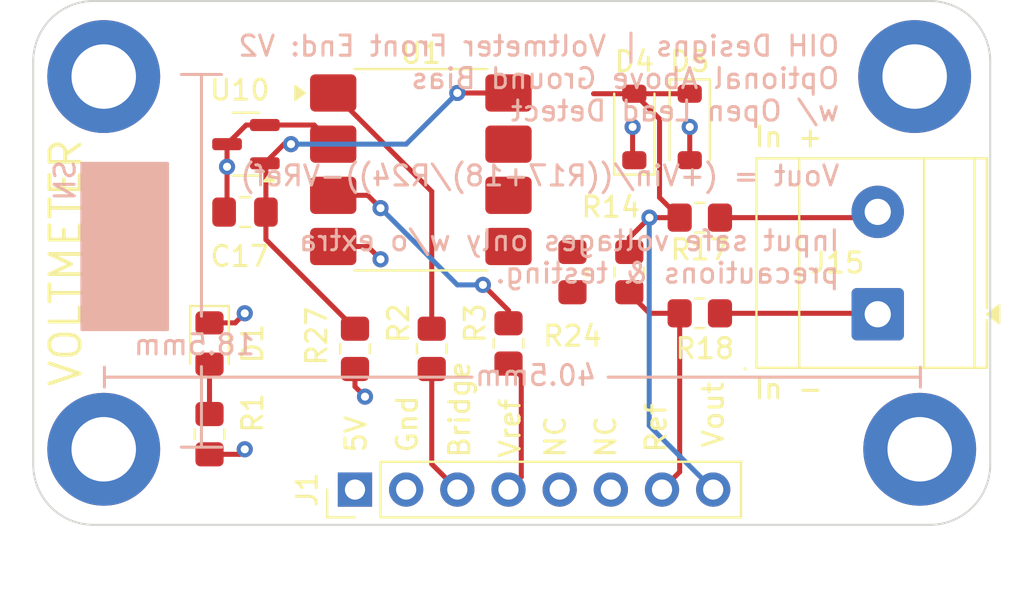
<source format=kicad_pcb>
(kicad_pcb (version 20241229) (generator "pcbnew") (generator_version "9.0")
  (layers (0 "F.Cu" signal) (4 "In1.Cu" signal) (6 "In2.Cu" signal) (2 "B.Cu" signal) (13 "F.Paste" user) (15 "B.Paste" user) (5 "F.SilkS" user "F.Silkscreen") (7 "B.SilkS" user "B.Silkscreen") (1 "F.Mask" user) (3 "B.Mask" user) (25 "Edge.Cuts" user))
  (net 0 "")
  (net 1 "GND")
  (net 2 "V_Input_REF")
  (net 3 "V_Input_Float")
  (net 4 "VDD")
  (net 5 "Net-(D1-A)")
  (net 6 "/ADC-1")
  (net 8 "vRef_Ctrl")
  (net 9 "Bridge_Ctrl")
  (net 10 "Net-(R2-Pad2)")
  (net 11 "Net-(R3-Pad2)")
  (net 13 "/vRef_source")
  (net 14 "/V Ref to ADS-0")
  (net 15 "/Bridge2")
  (footprint "Resistor_SMD:R_0805_2012Metric_Pad1.20x1.40mm_HandSolder" (layer "F.Cu") (at 106.68 75.565 90)
    (property "Reference" "R2" (at 1.27 -1.65 90) (layer "F.SilkS"))
    (property "Value" "1K")
    (fp_line (start -0.227064 -0.735) (end 0.227064 -0.735) (stroke (width 0.12)) (layer "F.SilkS"))
    (fp_line (start -0.227064 0.735) (end 0.227064 0.735) (stroke (width 0.12)) (layer "F.SilkS"))
    (pad "1" smd roundrect (at -1 0 90) (size 1.2 1.4) (layers "F.Cu" "F.Mask" "F.Paste") (roundrect_rratio 0.208333) (net 9 "Bridge_Ctrl"))
    (pad "2" smd roundrect (at 1 0 90) (size 1.2 1.4) (layers "F.Cu" "F.Mask" "F.Paste") (roundrect_rratio 0.208333) (net 10 "Net-(R2-Pad2)"))
  )
  (footprint "Resistor_SMD:R_0805_2012Metric_Pad1.20x1.40mm_HandSolder" (layer "F.Cu") (at 102.87 75.565 90)
    (property "Reference" "R27" (at 0.635 -1.905 90) (layer "F.SilkS"))
    (property "Value" "4.7K")
    (fp_line (start -0.227064 -0.735) (end 0.227064 -0.735) (stroke (width 0.12)) (layer "F.SilkS"))
    (fp_line (start -0.227064 0.735) (end 0.227064 0.735) (stroke (width 0.12)) (layer "F.SilkS"))
    (pad "1" smd roundrect (at -1 0 90) (size 1.2 1.4) (layers "F.Cu" "F.Mask" "F.Paste") (roundrect_rratio 0.208333) (net 4 "VDD"))
    (pad "2" smd roundrect (at 1 0 90) (size 1.2 1.4) (layers "F.Cu" "F.Mask" "F.Paste") (roundrect_rratio 0.208333) (net 13 "/vRef_source"))
  )
  (footprint "Resistor_SMD:R_0805_2012Metric_Pad1.20x1.40mm_HandSolder" (layer "F.Cu") (at 110.49 75.295 90)
    (property "Reference" "R3" (at 1 -1.65 90) (layer "F.SilkS"))
    (property "Value" "1K")
    (fp_line (start -0.227064 -0.735) (end 0.227064 -0.735) (stroke (width 0.12)) (layer "F.SilkS"))
    (fp_line (start -0.227064 0.735) (end 0.227064 0.735) (stroke (width 0.12)) (layer "F.SilkS"))
    (pad "1" smd roundrect (at -1 0 90) (size 1.2 1.4) (layers "F.Cu" "F.Mask" "F.Paste") (roundrect_rratio 0.208333) (net 8 "vRef_Ctrl"))
    (pad "2" smd roundrect (at 1 0 90) (size 1.2 1.4) (layers "F.Cu" "F.Mask" "F.Paste") (roundrect_rratio 0.208333) (net 11 "Net-(R3-Pad2)"))
  )
  (footprint "Resistor_SMD:R_0805_2012Metric_Pad1.20x1.40mm_HandSolder" (layer "F.Cu") (at 119.986 73.802 180)
    (property "Reference" "R18" (at -0.25 -1.75 0) (layer "F.SilkS"))
    (property "Value" "499.0K")
    (fp_line (start -0.227064 0.735) (end 0.227064 0.735) (stroke (width 0.12)) (layer "F.SilkS"))
    (fp_line (start -0.227064 -0.735) (end 0.227064 -0.735) (stroke (width 0.12)) (layer "F.SilkS"))
    (pad "1" smd roundrect (at -1 0 180) (size 1.2 1.4) (layers "F.Cu" "F.Mask" "F.Paste") (roundrect_rratio 0.208333) (net 2 "V_Input_REF"))
    (pad "2" smd roundrect (at 1 0 180) (size 1.2 1.4) (layers "F.Cu" "F.Mask" "F.Paste") (roundrect_rratio 0.208333) (net 14 "/V Ref to ADS-0"))
  )
  (footprint "Resistor_SMD:R_0805_2012Metric_Pad1.20x1.40mm_HandSolder" (layer "F.Cu") (at 116.486 71.755 90)
    (property "Reference" "R14" (at 3.222 -0.916 0) (layer "F.SilkS"))
    (property "Value" "1M")
    (fp_line (start -0.227064 -0.735) (end 0.227064 -0.735) (stroke (width 0.12)) (layer "F.SilkS"))
    (fp_line (start -0.227064 0.735) (end 0.227064 0.735) (stroke (width 0.12)) (layer "F.SilkS"))
    (pad "1" smd roundrect (at -1 0 90) (size 1.2 1.4) (layers "F.Cu" "F.Mask" "F.Paste") (roundrect_rratio 0.208333) (net 14 "/V Ref to ADS-0"))
    (pad "2" smd roundrect (at 1 0 90) (size 1.2 1.4) (layers "F.Cu" "F.Mask" "F.Paste") (roundrect_rratio 0.208333) (net 6 "/ADC-1"))
  )
  (footprint "Package_TO_SOT_SMD:SOT-23" (layer "F.Cu") (at 97.4575 65.405 180)
    (property "Reference" "U10" (at 0.3025 2.688 0) (layer "F.SilkS"))
    (property "Value" "LM4040DBZ-2.5")
    (fp_line (start 0 1.56) (end 0.65 1.56) (stroke (width 0.12)) (layer "F.SilkS"))
    (fp_line (start 0 1.56) (end -0.65 1.56) (stroke (width 0.12)) (layer "F.SilkS"))
    (fp_line (start 0 -1.56) (end 0.65 -1.56) (stroke (width 0.12)) (layer "F.SilkS"))
    (fp_line (start 0 -1.56) (end -0.65 -1.56) (stroke (width 0.12)) (layer "F.SilkS"))
    (fp_poly (pts (xy -1.1625 -1.51) (xy -1.4025 -1.84) (xy -0.9225 -1.84) (xy -1.1625 -1.51)) (stroke (width 0.12)) (fill yes) (layer "F.SilkS"))
    (pad "1" smd roundrect (at -0.9375 -0.95 180) (size 1.475 0.6) (layers "F.Cu" "F.Mask" "F.Paste") (net 13 "/vRef_source"))
    (pad "2" smd roundrect (at -0.9375 0.95 180) (size 1.475 0.6) (layers "F.Cu" "F.Mask" "F.Paste") (net 1 "GND"))
    (pad "3" smd roundrect (at 0.9375 0 180) (size 1.475 0.6) (layers "F.Cu" "F.Mask" "F.Paste") (net 1 "GND"))
  )
  (footprint "Resistor_SMD:R_0805_2012Metric_Pad1.20x1.40mm_HandSolder" (layer "F.Cu") (at 95.65 79.8 90)
    (property "Reference" "R1" (at 1.06 2.14 90) (layer "F.SilkS"))
    (property "Value" "1K")
    (fp_line (start -0.227064 -0.735) (end 0.227064 -0.735) (stroke (width 0.12)) (layer "F.SilkS"))
    (fp_line (start -0.227064 0.735) (end 0.227064 0.735) (stroke (width 0.12)) (layer "F.SilkS"))
    (pad "1" smd roundrect (at -1 0 90) (size 1.2 1.4) (layers "F.Cu" "F.Mask" "F.Paste") (roundrect_rratio 0.208333) (net 4 "VDD"))
    (pad "2" smd roundrect (at 1 0 90) (size 1.2 1.4) (layers "F.Cu" "F.Mask" "F.Paste") (roundrect_rratio 0.208333) (net 5 "Net-(D1-A)"))
  )
  (footprint "Resistor_SMD:R_0805_2012Metric_Pad1.20x1.40mm_HandSolder" (layer "F.Cu") (at 119.986 69.052 180)
    (property "Reference" "R17" (at 0 -1.595 0) (layer "F.SilkS"))
    (property "Value" "499.0K")
    (fp_line (start -0.227064 0.735) (end 0.227064 0.735) (stroke (width 0.12)) (layer "F.SilkS"))
    (fp_line (start -0.227064 -0.735) (end 0.227064 -0.735) (stroke (width 0.12)) (layer "F.SilkS"))
    (pad "1" smd roundrect (at -1 0 180) (size 1.2 1.4) (layers "F.Cu" "F.Mask" "F.Paste") (roundrect_rratio 0.208333) (net 3 "V_Input_Float"))
    (pad "2" smd roundrect (at 1 0 180) (size 1.2 1.4) (layers "F.Cu" "F.Mask" "F.Paste") (roundrect_rratio 0.208333) (net 6 "/ADC-1"))
  )
  (footprint "Diode_SMD:D_SOD-123" (layer "F.Cu") (at 116.736 64.552 90)
    (property "Reference" "D4" (at 3.25 0 0) (layer "F.SilkS"))
    (property "Value" "D_Schottky")
    (fp_line (start -2.36 -1) (end 1.65 -1) (stroke (width 0.12)) (layer "F.SilkS"))
    (fp_line (start -2.36 -1) (end -2.36 1) (stroke (width 0.12)) (layer "F.SilkS"))
    (fp_line (start -2.36 1) (end 1.65 1) (stroke (width 0.12)) (layer "F.SilkS"))
    (pad "1" smd roundrect (at -1.65 0 90) (size 0.9 1.2) (layers "F.Cu" "F.Mask" "F.Paste") (net 4 "VDD"))
    (pad "2" smd roundrect (at 1.65 0 90) (size 0.9 1.2) (layers "F.Cu" "F.Mask" "F.Paste") (net 6 "/ADC-1"))
  )
  (footprint "Resistor_SMD:R_0805_2012Metric_Pad1.20x1.40mm_HandSolder" (layer "F.Cu") (at 113.665 71.755 -90)
    (property "Reference" "R24" (at 3.175 0 180) (layer "F.SilkS"))
    (property "Value" "15K")
    (fp_line (start -0.227064 0.735) (end 0.227064 0.735) (stroke (width 0.12)) (layer "F.SilkS"))
    (fp_line (start -0.227064 -0.735) (end 0.227064 -0.735) (stroke (width 0.12)) (layer "F.SilkS"))
    (pad "1" smd roundrect (at -1 0 270) (size 1.2 1.4) (layers "F.Cu" "F.Mask" "F.Paste") (roundrect_rratio 0.208333) (net 15 "/Bridge2"))
    (pad "2" smd roundrect (at 1 0 270) (size 1.2 1.4) (layers "F.Cu" "F.Mask" "F.Paste") (roundrect_rratio 0.208333) (net 14 "/V Ref to ADS-0"))
  )
  (footprint "TerminalBlock_Phoenix:TerminalBlock_Phoenix_MKDS-3-2-5.08_1x02_P5.08mm_Horizontal" (layer "F.Cu") (at 128.8175 73.847 90)
    (property "Reference" "J15" (at 2.547 -2.0035 180) (layer "F.SilkS"))
    (property "Value" "Barrel_Jack")
    (fp_line (start 7.74 -6.02) (end 7.74 5.42) (stroke (width 0.12)) (layer "F.SilkS"))
    (fp_line (start -2.66 -6.02) (end 7.74 -6.02) (stroke (width 0.12)) (layer "F.SilkS"))
    (fp_line (start -2.66 -3.9) (end 7.74 -3.9) (stroke (width 0.12)) (layer "F.SilkS"))
    (fp_line (start -2.66 2.3) (end 7.74 2.3) (stroke (width 0.12)) (layer "F.SilkS"))
    (fp_line (start -2.66 4.8) (end 7.74 4.8) (stroke (width 0.12)) (layer "F.SilkS"))
    (fp_line (start 7.74 5.42) (end 0.3 5.42) (stroke (width 0.12)) (layer "F.SilkS"))
    (fp_line (start -0.3 5.42) (end -2.66 5.42) (stroke (width 0.12)) (layer "F.SilkS"))
    (fp_line (start -2.66 5.42) (end -2.66 -6.02) (stroke (width 0.12)) (layer "F.SilkS"))
    (fp_poly (pts (xy 0 5.42) (xy 0.44 6.03) (xy -0.44 6.03)) (stroke (width 0.12)) (fill yes) (layer "F.SilkS"))
    (pad "1" thru_hole roundrect (at 0 0 90) (size 2.6 2.6) (drill 1.3) (layers "*.Cu" "*.Mask") (roundrect_rratio 0.096154) (net 2 "V_Input_REF"))
    (pad "2" thru_hole circle (at 5.08 0 90) (size 2.6 2.6) (drill 1.3) (layers "*.Cu" "*.Mask") (net 3 "V_Input_Float"))
  )
  (footprint "MountingHole:MountingHole_3.2mm_M3_DIN965_Pad_TopBottom" (layer "F.Cu") (at 130.9 80.55)
    (property "Reference" "H3" (hide yes))
    (property "Value" "MountingHole")
    (pad "1" thru_hole circle (at 0 0) (size 3.6 3.6) (drill 3.2) (layers "*.Cu" "*.Mask"))
    (pad "1" connect circle (at 0 0) (size 5.6 5.6) (layers "F.Cu" "F.Mask"))
    (pad "1" connect circle (at 0 0) (size 5.6 5.6) (layers "B.Cu" "B.Mask"))
  )
  (footprint "Diode_SMD:D_SOD-123" (layer "F.Cu") (at 119.486 64.552 -90)
    (property "Reference" "D5" (at -3.25 0 0) (layer "F.SilkS"))
    (property "Value" "D_Schottky")
    (fp_line (start -2.36 1) (end 1.65 1) (stroke (width 0.12)) (layer "F.SilkS"))
    (fp_line (start -2.36 -1) (end -2.36 1) (stroke (width 0.12)) (layer "F.SilkS"))
    (fp_line (start -2.36 -1) (end 1.65 -1) (stroke (width 0.12)) (layer "F.SilkS"))
    (pad "1" smd roundrect (at -1.65 0 270) (size 0.9 1.2) (layers "F.Cu" "F.Mask" "F.Paste") (net 6 "/ADC-1"))
    (pad "2" smd roundrect (at 1.65 0 270) (size 0.9 1.2) (layers "F.Cu" "F.Mask" "F.Paste") (net 1 "GND"))
  )
  (footprint "MountingHole:MountingHole_3.2mm_M3_DIN965_Pad_TopBottom" (layer "F.Cu") (at 130.65 62.05)
    (property "Reference" "H2" (hide yes))
    (property "Value" "MountingHole")
    (pad "1" thru_hole circle (at 0 0) (size 3.6 3.6) (drill 3.2) (layers "*.Cu" "*.Mask"))
    (pad "1" connect circle (at 0 0) (size 5.6 5.6) (layers "F.Cu" "F.Mask"))
    (pad "1" connect circle (at 0 0) (size 5.6 5.6) (layers "B.Cu" "B.Mask"))
  )
  (footprint "LED_SMD:LED_0805_2012Metric_Pad1.15x1.40mm_HandSolder" (layer "F.Cu") (at 95.65 75.3 -90)
    (property "Reference" "D1" (at 0 -2.14 90) (layer "F.SilkS"))
    (property "Value" "LED")
    (fp_line (start -1.86 0.96) (end 1 0.96) (stroke (width 0.12)) (layer "F.SilkS"))
    (fp_line (start -1.86 -0.96) (end -1.86 0.96) (stroke (width 0.12)) (layer "F.SilkS"))
    (fp_line (start 1 -0.96) (end -1.86 -0.96) (stroke (width 0.12)) (layer "F.SilkS"))
    (pad "1" smd roundrect (at -1.025 0 270) (size 1.15 1.4) (layers "F.Cu" "F.Mask" "F.Paste") (roundrect_rratio 0.217391) (net 1 "GND"))
    (pad "2" smd roundrect (at 1.025 0 270) (size 1.15 1.4) (layers "F.Cu" "F.Mask" "F.Paste") (roundrect_rratio 0.217391) (net 5 "Net-(D1-A)"))
  )
  (footprint "MountingHole:MountingHole_3.2mm_M3_DIN965_Pad_TopBottom" (layer "F.Cu") (at 90.4 80.55)
    (property "Reference" "H4" (hide yes))
    (property "Value" "MountingHole")
    (pad "1" thru_hole circle (at 0 0) (size 3.6 3.6) (drill 3.2) (layers "*.Cu" "*.Mask"))
    (pad "1" connect circle (at 0 0) (size 5.6 5.6) (layers "F.Cu" "F.Mask"))
    (pad "1" connect circle (at 0 0) (size 5.6 5.6) (layers "B.Cu" "B.Mask"))
  )
  (footprint "Capacitor_SMD:C_0805_2012Metric_Pad1.18x1.45mm_HandSolder" (layer "F.Cu") (at 97.412 68.777)
    (property "Reference" "C17" (at -0.257 2.195 0) (layer "F.SilkS"))
    (property "Value" "0.1uF")
    (fp_line (start -0.261252 -0.735) (end 0.261252 -0.735) (stroke (width 0.12)) (layer "F.SilkS"))
    (fp_line (start -0.261252 0.735) (end 0.261252 0.735) (stroke (width 0.12)) (layer "F.SilkS"))
    (pad "1" smd roundrect (at -1.0375 0) (size 1.175 1.45) (layers "F.Cu" "F.Mask" "F.Paste") (roundrect_rratio 0.212766) (net 1 "GND"))
    (pad "2" smd roundrect (at 1.0375 0) (size 1.175 1.45) (layers "F.Cu" "F.Mask" "F.Paste") (roundrect_rratio 0.212766) (net 13 "/vRef_source"))
  )
  (footprint "Connector_PinHeader_2.54mm:PinHeader_1x08_P2.54mm_Vertical" (layer "F.Cu") (at 102.87 82.55 90)
    (property "Reference" "J1" (at 0 -2.38 90) (layer "F.SilkS"))
    (property "Value" "Conn_01x09_Pin")
    (fp_line (start -1.38 -1.38) (end 0 -1.38) (stroke (width 0.12)) (layer "F.SilkS"))
    (fp_line (start -1.38 0) (end -1.38 -1.38) (stroke (width 0.12)) (layer "F.SilkS"))
    (fp_line (start 1.38 1.27) (end 1.38 19.16) (stroke (width 0.12)) (layer "F.SilkS"))
    (fp_line (start -1.38 1.27) (end 1.38 1.27) (stroke (width 0.12)) (layer "F.SilkS"))
    (fp_line (start -1.38 1.27) (end -1.38 19.16) (stroke (width 0.12)) (layer "F.SilkS"))
    (fp_line (start -1.38 19.16) (end 1.38 19.16) (stroke (width 0.12)) (layer "F.SilkS"))
    (pad "1" thru_hole rect (at 0 0 90) (size 1.7 1.7) (drill 1) (layers "*.Cu" "*.Mask") (net 4 "VDD"))
    (pad "2" thru_hole circle (at 0 2.54 90) (size 1.7 1.7) (drill 1) (layers "*.Cu" "*.Mask") (net 1 "GND"))
    (pad "3" thru_hole circle (at 0 5.08 90) (size 1.7 1.7) (drill 1) (layers "*.Cu" "*.Mask") (net 9 "Bridge_Ctrl"))
    (pad "4" thru_hole circle (at 0 7.62 90) (size 1.7 1.7) (drill 1) (layers "*.Cu" "*.Mask") (net 8 "vRef_Ctrl"))
    (pad "5" thru_hole circle (at 0 10.16 90) (size 1.7 1.7) (drill 1) (layers "*.Cu" "*.Mask"))
    (pad "6" thru_hole circle (at 0 12.7 90) (size 1.7 1.7) (drill 1) (layers "*.Cu" "*.Mask"))
    (pad "7" thru_hole circle (at 0 15.24 90) (size 1.7 1.7) (drill 1) (layers "*.Cu" "*.Mask") (net 14 "/V Ref to ADS-0"))
    (pad "8" thru_hole circle (at 0 17.78 90) (size 1.7 1.7) (drill 1) (layers "*.Cu" "*.Mask") (net 6 "/ADC-1"))
  )
  (footprint "MountingHole:MountingHole_3.2mm_M3_DIN965_Pad_TopBottom" (layer "F.Cu") (at 90.4 62.05)
    (property "Reference" "H1" (hide yes))
    (property "Value" "MountingHole")
    (pad "1" thru_hole circle (at 0 0) (size 3.6 3.6) (drill 3.2) (layers "*.Cu" "*.Mask"))
    (pad "1" connect circle (at 0 0) (size 5.6 5.6) (layers "F.Cu" "F.Mask"))
    (pad "1" connect circle (at 0 0) (size 5.6 5.6) (layers "B.Cu" "B.Mask"))
  )
  (footprint "Package_SO:SOP-8_6.605x9.655mm_P2.54mm" (layer "F.Cu") (at 106.14 66.675)
    (property "Reference" "U1" (at 0 -5.78 0) (layer "F.SilkS"))
    (property "Value" "AQW212A")
    (fp_line (start 0 -4.995) (end -3.3025 -4.995) (stroke (width 0.12)) (layer "F.SilkS"))
    (fp_line (start 0 -4.995) (end 3.3025 -4.995) (stroke (width 0.12)) (layer "F.SilkS"))
    (fp_line (start 0 4.995) (end -3.3025 4.995) (stroke (width 0.12)) (layer "F.SilkS"))
    (fp_line (start 0 4.995) (end 3.3025 4.995) (stroke (width 0.12)) (layer "F.SilkS"))
    (fp_poly (pts (xy -5.76 -3.81) (xy -6.23 -3.47) (xy -6.23 -4.15)) (stroke (width 0.12)) (fill yes) (layer "F.SilkS"))
    (pad "1" smd roundrect (at -4.35 -3.81) (size 2.3 1.85) (layers "F.Cu" "F.Mask" "F.Paste") (roundrect_rratio 0.135135) (net 10 "Net-(R2-Pad2)"))
    (pad "2" smd roundrect (at -4.35 -1.27) (size 2.3 1.85) (layers "F.Cu" "F.Mask" "F.Paste") (roundrect_rratio 0.135135) (net 1 "GND"))
    (pad "3" smd roundrect (at -4.35 1.27) (size 2.3 1.85) (layers "F.Cu" "F.Mask" "F.Paste") (roundrect_rratio 0.135135) (net 11 "Net-(R3-Pad2)"))
    (pad "4" smd roundrect (at -4.35 3.81) (size 2.3 1.85) (layers "F.Cu" "F.Mask" "F.Paste") (roundrect_rratio 0.135135) (net 1 "GND"))
    (pad "5" smd roundrect (at 4.35 3.81) (size 2.3 1.85) (layers "F.Cu" "F.Mask" "F.Paste") (roundrect_rratio 0.135135) (net 15 "/Bridge2"))
    (pad "6" smd roundrect (at 4.35 1.27) (size 2.3 1.85) (layers "F.Cu" "F.Mask" "F.Paste") (roundrect_rratio 0.135135) (net 6 "/ADC-1"))
    (pad "7" smd roundrect (at 4.35 -1.27) (size 2.3 1.85) (layers "F.Cu" "F.Mask" "F.Paste") (roundrect_rratio 0.135135) (net 14 "/V Ref to ADS-0"))
    (pad "8" smd roundrect (at 4.35 -3.81) (size 2.3 1.85) (layers "F.Cu" "F.Mask" "F.Paste") (roundrect_rratio 0.135135) (net 13 "/vRef_source"))
  )
  (gr_line (start 122.236 76.552) (end 122.236 76.552) (stroke (width 0.15)) (layer "F.SilkS"))
  (gr_line (start 90.435 76.47) (end 90.435 77.47) (stroke (width 0.15)) (layer "B.SilkS"))
  (gr_rect (start 89.315 66.36) (end 93.565 74.61) (stroke (width 0.15)) (fill yes) (layer "B.SilkS"))
  (gr_line (start 130.935 77.47) (end 130.935 76.47) (stroke (width 0.15)) (layer "B.SilkS"))
  (gr_line (start 130.935 76.97) (end 115.435 76.97) (stroke (width 0.15)) (layer "B.SilkS"))
  (gr_line (start 90.435 76.97) (end 108.685 76.97) (stroke (width 0.15)) (layer "B.SilkS"))
  (gr_line (start 94.25 80.445) (end 96.25 80.445) (stroke (width 0.15)) (layer "B.SilkS"))
  (gr_line (start 95.25 73.945) (end 95.25 61.945) (stroke (width 0.15)) (layer "B.SilkS"))
  (gr_line (start 95.25 76.445) (end 95.25 80.445) (stroke (width 0.15)) (layer "B.SilkS"))
  (gr_line (start 94.25 61.945) (end 96.25 61.945) (stroke (width 0.15)) (layer "B.SilkS"))
  (gr_arc (start 131.4 58.3) (mid 133.52132 59.17868) (end 134.4 61.3) (stroke (width 0.1)) (layer "Edge.Cuts"))
  (gr_line (start 86.9 81.3) (end 86.9 61.3) (stroke (width 0.1)) (layer "Edge.Cuts"))
  (gr_arc (start 86.9 61.3) (mid 87.77868 59.17868) (end 89.9 58.3) (stroke (width 0.1)) (layer "Edge.Cuts"))
  (gr_arc (start 89.9 84.3) (mid 87.77868 83.42132) (end 86.9 81.3) (stroke (width 0.1)) (layer "Edge.Cuts"))
  (gr_line (start 131.4 84.3) (end 89.9 84.3) (stroke (width 0.1)) (layer "Edge.Cuts"))
  (gr_line (start 134.4 61.3) (end 134.4 81.3) (stroke (width 0.1)) (layer "Edge.Cuts"))
  (gr_line (start 89.9 58.3) (end 131.4 58.3) (stroke (width 0.1)) (layer "Edge.Cuts"))
  (gr_arc (start 134.4 81.3) (mid 133.52132 83.42132) (end 131.4 84.3) (stroke (width 0.1)) (layer "Edge.Cuts"))
  (gr_text "In -" (at 124.4 77.55 0) (layer "F.SilkS") (effects (font (size 1 1))))
  (gr_text "NC" (at 113.4 81.05 90) (layer "F.SilkS") (effects (font (size 1 1)) (justify left bottom)))
  (gr_text "In +" (at 124.4 65.05 0) (layer "F.SilkS") (effects (font (size 1 1))))
  (gr_text "5V" (at 103.505 80.8 90) (layer "F.SilkS") (effects (font (size 1 1)) (justify left bottom)))
  (gr_text "Vout" (at 121.236 80.55 90) (layer "F.SilkS") (effects (font (size 1 1)) (justify left bottom)))
  (gr_text "Gnd" (at 106.045 80.8 90) (layer "F.SilkS") (effects (font (size 1 1)) (justify left bottom)))
  (gr_text "VOLTMETER" (at 89.4 77.55 90) (layer "F.SilkS") (effects (font (size 1.5 1.5) (thickness 0.1875)) (justify left bottom)))
  (gr_text "Ref" (at 118.4 80.8 90) (layer "F.SilkS") (effects (font (size 1 1)) (justify left bottom)))
  (gr_text "NC" (at 115.9 81.05 90) (layer "F.SilkS") (effects (font (size 1 1)) (justify left bottom)))
  (gr_text "Vref" (at 111.15 81.05 90) (layer "F.SilkS") (effects (font (size 1 1)) (justify left bottom)))
  (gr_text "Bridge" (at 108.65 81.05 90) (layer "F.SilkS") (effects (font (size 1 1)) (justify left bottom)))
  (gr_text "18.5mm" (at 98 75.945 0) (layer "B.SilkS") (effects (font (size 1 1)) (justify left bottom mirror)))
  (gr_text "40.5mm" (at 114.935 77.47 0) (layer "B.SilkS") (effects (font (size 1 1)) (justify left bottom mirror)))
  (gr_text "OIH Designs | Voltmeter Front End: V2\nOptional Above Ground Bias \nw/ Open Lead Detect\n\nVout = (+Vin/((R17+18)/R24))-VRef)\n\nInput safe voltages only w/o extra \nprecautions & testing." (at 127 72.39 0) (layer "B.SilkS") (effects (font (size 1 1)) (justify left bottom mirror)))
  (gr_text "SN" (at 89.065 66.11 90) (layer "B.SilkS") (effects (font (size 1 1)) (justify left bottom mirror)))
  (segment (start 101.79 65.405) (end 100.84 64.455) (width 0.25) (layer "F.Cu") (net 1))
  (segment (start 100.84 64.455) (end 98.395 64.455) (width 0.25) (layer "F.Cu") (net 1))
  (segment (start 96.52 66.527) (end 96.52 68.6315) (width 0.25) (layer "F.Cu") (net 1))
  (segment (start 97.47 64.455) (end 96.52 65.405) (width 0.25) (layer "F.Cu") (net 1))
  (segment (start 96.925 74.275) (end 97.4 73.8) (width 0.25) (layer "F.Cu") (net 1))
  (segment (start 119.486 66.202) (end 119.486 64.55) (width 0.25) (layer "F.Cu") (net 1))
  (segment (start 103.505 70.485) (end 104.14 71.12) (width 0.25) (layer "F.Cu") (net 1))
  (segment (start 95.65 74.275) (end 96.925 74.275) (width 0.25) (layer "F.Cu") (net 1))
  (segment (start 96.52 65.405) (end 96.52 66.527) (width 0.25) (layer "F.Cu") (net 1))
  (segment (start 101.79 70.485) (end 103.505 70.485) (width 0.25) (layer "F.Cu") (net 1))
  (segment (start 98.395 64.455) (end 97.47 64.455) (width 0.25) (layer "F.Cu") (net 1))
  (via (at 119.486 64.55) (size 0.8) (drill 0.4) (layers "F.Cu" "B.Cu") (net 1))
  (via (at 97.4 73.8) (size 0.8) (drill 0.4) (layers "F.Cu" "B.Cu") (net 1))
  (via (at 96.52 66.527) (size 0.8) (drill 0.4) (layers "F.Cu" "B.Cu") (net 1))
  (via (at 104.14 71.12) (size 0.8) (drill 0.4) (layers "F.Cu" "B.Cu") (net 1))
  (segment (start 120.986 73.802) (end 129.1085 73.802) (width 0.25) (layer "F.Cu") (net 2))
  (segment (start 120.986 69.052) (end 128.8685 69.052) (width 0.25) (layer "F.Cu") (net 3))
  (segment (start 95.65 80.8) (end 97.15 80.8) (width 0.25) (layer "F.Cu") (net 4))
  (segment (start 102.87 77.4405) (end 103.368 77.9385) (width 0.25) (layer "F.Cu") (net 4))
  (segment (start 102.87 76.565) (end 102.87 77.4405) (width 0.25) (layer "F.Cu") (net 4))
  (segment (start 116.65 66.116) (end 116.736 66.202) (width 0.25) (layer "F.Cu") (net 4))
  (segment (start 97.15 80.8) (end 97.4 80.55) (width 0.25) (layer "F.Cu") (net 4))
  (segment (start 116.65 64.55) (end 116.65 66.116) (width 0.25) (layer "F.Cu") (net 4))
  (via (at 116.65 64.55) (size 0.8) (drill 0.4) (layers "F.Cu" "B.Cu") (net 4))
  (via (at 97.4 80.55) (size 0.8) (drill 0.4) (layers "F.Cu" "B.Cu") (net 4))
  (via (at 103.368 77.9385) (size 0.8) (drill 0.4) (layers "F.Cu" "B.Cu") (net 4))
  (segment (start 95.65 78.8) (end 95.65 76.325) (width 0.25) (layer "F.Cu") (net 5))
  (segment (start 117.486 69.052) (end 118.986 69.052) (width 0.25) (layer "F.Cu") (net 6))
  (segment (start 117.986 68.052) (end 117.986 64.152) (width 0.25) (layer "F.Cu") (net 6))
  (segment (start 118.986 69.052) (end 117.986 68.052) (width 0.25) (layer "F.Cu") (net 6))
  (segment (start 116.486 70.052) (end 116.486 70.802) (width 0.25) (layer "F.Cu") (net 6))
  (segment (start 117.986 64.152) (end 116.736 62.902) (width 0.25) (layer "F.Cu") (net 6))
  (segment (start 119.486 62.902) (end 116.736 62.902) (width 0.25) (layer "F.Cu") (net 6))
  (segment (start 116.736 62.902) (end 114.711 62.902) (width 0.25) (layer "F.Cu") (net 6))
  (segment (start 117.486 69.052) (end 116.486 70.052) (width 0.25) (layer "F.Cu") (net 6))
  (via (at 117.486 69.052) (size 0.8) (drill 0.4) (layers "F.Cu" "B.Cu") (net 6))
  (segment (start 117.486 69.052) (end 117.475 69.063) (width 0.25) (layer "B.Cu") (net 6))
  (segment (start 117.475 69.063) (end 117.475 79.375) (width 0.25) (layer "B.Cu") (net 6))
  (segment (start 117.475 79.375) (end 120.65 82.55) (width 0.25) (layer "B.Cu") (net 6))
  (segment (start 111.125 76.93) (end 111.125 81.915) (width 0.25) (layer "F.Cu") (net 8))
  (segment (start 110.49 76.295) (end 111.125 76.93) (width 0.25) (layer "F.Cu") (net 8))
  (segment (start 111.125 81.915) (end 110.49 82.55) (width 0.25) (layer "F.Cu") (net 8))
  (segment (start 106.68 81.28) (end 106.68 76.565) (width 0.25) (layer "F.Cu") (net 9))
  (segment (start 107.95 82.55) (end 106.68 81.28) (width 0.25) (layer "F.Cu") (net 9))
  (segment (start 101.79 62.865) (end 106.68 67.755) (width 0.25) (layer "F.Cu") (net 10))
  (segment (start 106.68 67.755) (end 106.68 74.565) (width 0.25) (layer "F.Cu") (net 10))
  (segment (start 103.505 67.945) (end 104.14 68.58) (width 0.25) (layer "F.Cu") (net 11))
  (segment (start 110.49 73.66) (end 109.22 72.39) (width 0.25) (layer "F.Cu") (net 11))
  (segment (start 101.79 67.945) (end 103.505 67.945) (width 0.25) (layer "F.Cu") (net 11))
  (segment (start 110.49 74.295) (end 110.49 73.66) (width 0.25) (layer "F.Cu") (net 11))
  (via (at 104.14 68.58) (size 0.8) (drill 0.4) (layers "F.Cu" "B.Cu") (net 11))
  (via (at 109.22 72.39) (size 0.8) (drill 0.4) (layers "F.Cu" "B.Cu") (net 11))
  (segment (start 109.22 72.39) (end 107.95 72.39) (width 0.25) (layer "B.Cu") (net 11))
  (segment (start 107.95 72.39) (end 104.14 68.58) (width 0.25) (layer "B.Cu") (net 11))
  (segment (start 110.49 62.865) (end 107.95 62.865) (width 0.25) (layer "F.Cu") (net 13))
  (segment (start 98.4495 70.1445) (end 98.4495 68.777) (width 0.25) (layer "F.Cu") (net 13))
  (segment (start 98.4495 68.777) (end 98.4495 66.4095) (width 0.25) (layer "F.Cu") (net 13))
  (segment (start 98.395 66.355) (end 99.345 65.405) (width 0.25) (layer "F.Cu") (net 13))
  (segment (start 99.345 65.405) (end 99.695 65.405) (width 0.25) (layer "F.Cu") (net 13))
  (segment (start 102.87 74.565) (end 98.4495 70.1445) (width 0.25) (layer "F.Cu") (net 13))
  (segment (start 98.4495 66.4095) (end 98.395 66.355) (width 0.25) (layer "F.Cu") (net 13))
  (via (at 99.695 65.405) (size 0.8) (drill 0.4) (layers "F.Cu" "B.Cu") (net 13))
  (via (at 107.95 62.865) (size 0.8) (drill 0.4) (layers "F.Cu" "B.Cu") (net 13))
  (segment (start 105.41 65.405) (end 107.95 62.865) (width 0.25) (layer "B.Cu") (net 13))
  (segment (start 99.695 65.405) (end 105.41 65.405) (width 0.25) (layer "B.Cu") (net 13))
  (segment (start 118.986 73.802) (end 118.986 81.674) (width 0.25) (layer "F.Cu") (net 14))
  (segment (start 116.475 72.755) (end 116.486 72.755) (width 0.25) (layer "F.Cu") (net 14))
  (segment (start 118.986 81.674) (end 118.11 82.55) (width 0.25) (layer "F.Cu") (net 14))
  (segment (start 117.486 73.802) (end 116.486 72.802) (width 0.25) (layer "F.Cu") (net 14))
  (segment (start 118.986 73.802) (end 117.486 73.802) (width 0.25) (layer "F.Cu") (net 14))
)
</source>
